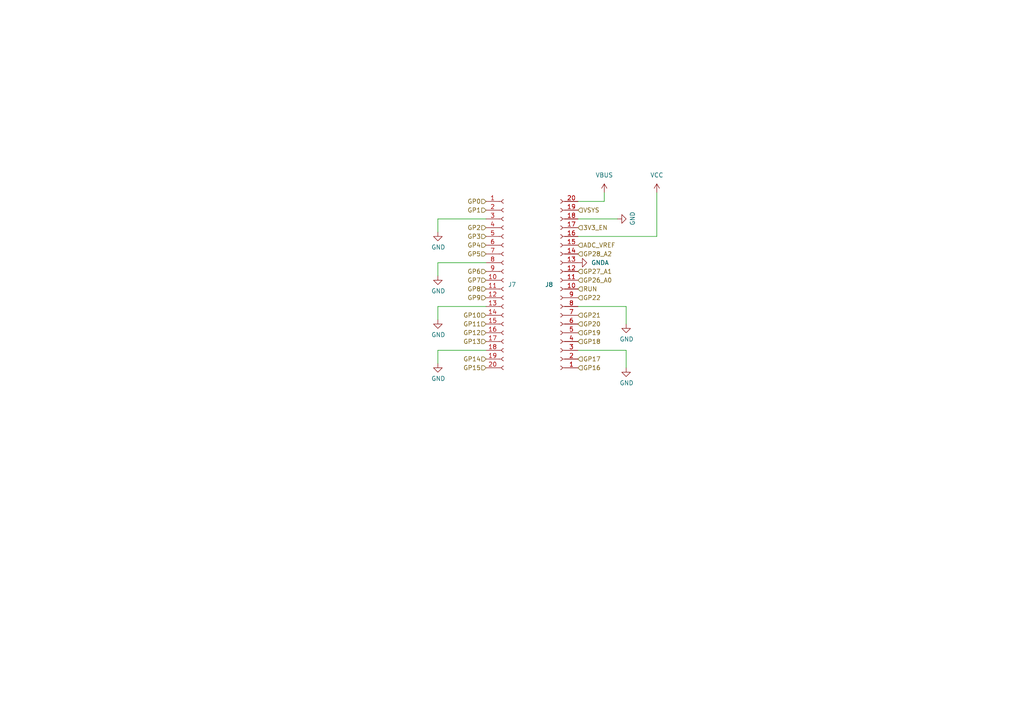
<source format=kicad_sch>
(kicad_sch (version 20240812) (generator "eeschema") (generator_version "8.99")
  (paper "A4")
  (title_block (title "Raspberry Pi Pico (1, 1w, 2)") (date "2024-09-21") (rev "1.0") (company "HXR.DK"))
  (lib_symbols
    (symbol "Bornhack-Make-Tradition-Badge-rescue:GND" (power) (pin_names (offset 0))
      (property "Value" "GND" (at 0 -3.81 0))
      (symbol "GND_0_1"
        (polyline (pts (xy 0 0) (xy 0 -1.27) (xy 1.27 -1.27) (xy 0 -2.54) (xy -1.27 -1.27) (xy 0 -1.27)))
      )
      (symbol "GND_1_1"
        (pin power_in line (at 0 0 270) (length 0) hide (name "GND") (number "1"))
      )
    )
    (symbol "Connector:Conn_01x20_Socket" (pin_names (offset 1.016) hide)
      (property "Reference" "J" (at 0 25.4 0))
      (property "Value" "Conn_01x20_Socket" (at 0 -27.94 0))
      (symbol "Conn_01x20_Socket_1_1"
        (polyline (pts (xy -1.27 22.86) (xy -0.508 22.86)) (stroke (width 0.1524)))
        (polyline (pts (xy -1.27 20.32) (xy -0.508 20.32)) (stroke (width 0.1524)))
        (polyline (pts (xy -1.27 17.78) (xy -0.508 17.78)) (stroke (width 0.1524)))
        (polyline (pts (xy -1.27 15.24) (xy -0.508 15.24)) (stroke (width 0.1524)))
        (polyline (pts (xy -1.27 12.7) (xy -0.508 12.7)) (stroke (width 0.1524)))
        (polyline (pts (xy -1.27 10.16) (xy -0.508 10.16)) (stroke (width 0.1524)))
        (polyline (pts (xy -1.27 7.62) (xy -0.508 7.62)) (stroke (width 0.1524)))
        (polyline (pts (xy -1.27 5.08) (xy -0.508 5.08)) (stroke (width 0.1524)))
        (polyline (pts (xy -1.27 2.54) (xy -0.508 2.54)) (stroke (width 0.1524)))
        (polyline (pts (xy -1.27 0) (xy -0.508 0)) (stroke (width 0.1524)))
        (polyline (pts (xy -1.27 -2.54) (xy -0.508 -2.54)) (stroke (width 0.1524)))
        (polyline (pts (xy -1.27 -5.08) (xy -0.508 -5.08)) (stroke (width 0.1524)))
        (polyline (pts (xy -1.27 -7.62) (xy -0.508 -7.62)) (stroke (width 0.1524)))
        (polyline (pts (xy -1.27 -10.16) (xy -0.508 -10.16)) (stroke (width 0.1524)))
        (polyline (pts (xy -1.27 -12.7) (xy -0.508 -12.7)) (stroke (width 0.1524)))
        (polyline (pts (xy -1.27 -15.24) (xy -0.508 -15.24)) (stroke (width 0.1524)))
        (polyline (pts (xy -1.27 -17.78) (xy -0.508 -17.78)) (stroke (width 0.1524)))
        (polyline (pts (xy -1.27 -20.32) (xy -0.508 -20.32)) (stroke (width 0.1524)))
        (polyline (pts (xy -1.27 -22.86) (xy -0.508 -22.86)) (stroke (width 0.1524)))
        (polyline (pts (xy -1.27 -25.4) (xy -0.508 -25.4)) (stroke (width 0.1524)))
        (arc (start 0 22.352) (mid -0.5058 22.86) (end 0 23.368) (stroke (width 0.1524)))
        (arc (start 0 19.812) (mid -0.5058 20.32) (end 0 20.828) (stroke (width 0.1524)))
        (arc (start 0 17.272) (mid -0.5058 17.78) (end 0 18.288) (stroke (width 0.1524)))
        (arc (start 0 14.732) (mid -0.5058 15.24) (end 0 15.748) (stroke (width 0.1524)))
        (arc (start 0 12.192) (mid -0.5058 12.7) (end 0 13.208) (stroke (width 0.1524)))
        (arc (start 0 9.652) (mid -0.5058 10.16) (end 0 10.668) (stroke (width 0.1524)))
        (arc (start 0 7.112) (mid -0.5058 7.62) (end 0 8.128) (stroke (width 0.1524)))
        (arc (start 0 4.572) (mid -0.5058 5.08) (end 0 5.588) (stroke (width 0.1524)))
        (arc (start 0 2.032) (mid -0.5058 2.54) (end 0 3.048) (stroke (width 0.1524)))
        (arc (start 0 -0.508) (mid -0.5058 0) (end 0 0.508) (stroke (width 0.1524)))
        (arc (start 0 -3.048) (mid -0.5058 -2.54) (end 0 -2.032) (stroke (width 0.1524)))
        (arc (start 0 -5.588) (mid -0.5058 -5.08) (end 0 -4.572) (stroke (width 0.1524)))
        (arc (start 0 -8.128) (mid -0.5058 -7.62) (end 0 -7.112) (stroke (width 0.1524)))
        (arc (start 0 -10.668) (mid -0.5058 -10.16) (end 0 -9.652) (stroke (width 0.1524)))
        (arc (start 0 -13.208) (mid -0.5058 -12.7) (end 0 -12.192) (stroke (width 0.1524)))
        (arc (start 0 -15.748) (mid -0.5058 -15.24) (end 0 -14.732) (stroke (width 0.1524)))
        (arc (start 0 -18.288) (mid -0.5058 -17.78) (end 0 -17.272) (stroke (width 0.1524)))
        (arc (start 0 -20.828) (mid -0.5058 -20.32) (end 0 -19.812) (stroke (width 0.1524)))
        (arc (start 0 -23.368) (mid -0.5058 -22.86) (end 0 -22.352) (stroke (width 0.1524)))
        (arc (start 0 -25.908) (mid -0.5058 -25.4) (end 0 -24.892) (stroke (width 0.1524)))
        (pin passive line (at -5.08 22.86 0) (length 3.81) (name "Pin_1") (number "1"))
        (pin passive line (at -5.08 20.32 0) (length 3.81) (name "Pin_2") (number "2"))
        (pin passive line (at -5.08 17.78 0) (length 3.81) (name "Pin_3") (number "3"))
        (pin passive line (at -5.08 15.24 0) (length 3.81) (name "Pin_4") (number "4"))
        (pin passive line (at -5.08 12.7 0) (length 3.81) (name "Pin_5") (number "5"))
        (pin passive line (at -5.08 10.16 0) (length 3.81) (name "Pin_6") (number "6"))
        (pin passive line (at -5.08 7.62 0) (length 3.81) (name "Pin_7") (number "7"))
        (pin passive line (at -5.08 5.08 0) (length 3.81) (name "Pin_8") (number "8"))
        (pin passive line (at -5.08 2.54 0) (length 3.81) (name "Pin_9") (number "9"))
        (pin passive line (at -5.08 0 0) (length 3.81) (name "Pin_10") (number "10"))
        (pin passive line (at -5.08 -2.54 0) (length 3.81) (name "Pin_11") (number "11"))
        (pin passive line (at -5.08 -5.08 0) (length 3.81) (name "Pin_12") (number "12"))
        (pin passive line (at -5.08 -7.62 0) (length 3.81) (name "Pin_13") (number "13"))
        (pin passive line (at -5.08 -10.16 0) (length 3.81) (name "Pin_14") (number "14"))
        (pin passive line (at -5.08 -12.7 0) (length 3.81) (name "Pin_15") (number "15"))
        (pin passive line (at -5.08 -15.24 0) (length 3.81) (name "Pin_16") (number "16"))
        (pin passive line (at -5.08 -17.78 0) (length 3.81) (name "Pin_17") (number "17"))
        (pin passive line (at -5.08 -20.32 0) (length 3.81) (name "Pin_18") (number "18"))
        (pin passive line (at -5.08 -22.86 0) (length 3.81) (name "Pin_19") (number "19"))
        (pin passive line (at -5.08 -25.4 0) (length 3.81) (name "Pin_20") (number "20"))
      )
    )
    (symbol "power:GNDA" (power) (pin_numbers hide) (pin_names (offset 0) hide)
      (property "Value" "GNDA" (at 0 -3.81 0))
      (symbol "GNDA_0_1"
        (polyline (pts (xy 0 0) (xy 0 -1.27) (xy 1.27 -1.27) (xy 0 -2.54) (xy -1.27 -1.27) (xy 0 -1.27)))
      )
      (symbol "GNDA_1_1"
        (pin power_in line (at 0 0 270) (length 0) (name "~") (number "1"))
      )
    )
    (symbol "power:VBUS" (power) (pin_numbers hide) (pin_names (offset 0) hide)
      (property "Value" "VBUS" (at 0 3.556 0))
      (symbol "VBUS_0_1"
        (polyline (pts (xy -0.762 1.27) (xy 0 2.54)))
        (polyline (pts (xy 0 2.54) (xy 0.762 1.27)))
        (polyline (pts (xy 0 0) (xy 0 2.54)))
      )
      (symbol "VBUS_1_1"
        (pin power_in line (at 0 0 90) (length 0) (name "~") (number "1"))
      )
    )
    (symbol "power:VCC" (power) (pin_names (offset 0))
      (property "Value" "VCC" (at 0 3.81 0))
      (symbol "VCC_0_1"
        (polyline (pts (xy -0.762 1.27) (xy 0 2.54)))
        (polyline (pts (xy 0 2.54) (xy 0.762 1.27)))
        (polyline (pts (xy 0 0) (xy 0 2.54)))
      )
      (symbol "VCC_1_1"
        (pin power_in line (at 0 0 90) (length 0) hide (name "VCC") (number "1"))
      )
    )
  )
  (wire (pts (xy 190.5 68.58) (xy 167.64 68.58)))
  (wire (pts (xy 127 88.9) (xy 140.97 88.9)))
  (wire (pts (xy 127 76.2) (xy 140.97 76.2)))
  (wire (pts (xy 167.64 63.5) (xy 179.07 63.5)))
  (wire (pts (xy 127 92.71) (xy 127 88.9)))
  (wire (pts (xy 181.61 88.9) (xy 181.61 93.98)))
  (wire (pts (xy 127 67.31) (xy 127 63.5)))
  (wire (pts (xy 181.61 101.6) (xy 181.61 106.68)))
  (wire (pts (xy 167.64 88.9) (xy 181.61 88.9)))
  (wire (pts (xy 190.5 55.88) (xy 190.5 68.58)))
  (wire (pts (xy 167.64 58.42) (xy 175.26 58.42)))
  (wire (pts (xy 127 105.41) (xy 127 101.6)))
  (wire (pts (xy 167.64 101.6) (xy 181.61 101.6)))
  (wire (pts (xy 127 63.5) (xy 140.97 63.5)))
  (wire (pts (xy 127 101.6) (xy 140.97 101.6)))
  (wire (pts (xy 175.26 58.42) (xy 175.26 55.88)))
  (wire (pts (xy 127 80.01) (xy 127 76.2)))
  (hierarchical_label "GP2" (shape input) (at 140.97 66.04 180))
  (hierarchical_label "GP28_A2" (shape input) (at 167.64 73.66 0))
  (hierarchical_label "RUN" (shape input) (at 167.64 83.82 0))
  (hierarchical_label "GP15" (shape input) (at 140.97 106.68 180))
  (hierarchical_label "GP22" (shape input) (at 167.64 86.36 0))
  (hierarchical_label "GP27_A1" (shape input) (at 167.64 78.74 0))
  (hierarchical_label "GP13" (shape input) (at 140.97 99.06 180))
  (hierarchical_label "GP21" (shape input) (at 167.64 91.44 0))
  (hierarchical_label "GP16" (shape input) (at 167.64 106.68 0))
  (hierarchical_label "ADC_VREF" (shape input) (at 167.64 71.12 0))
  (hierarchical_label "VSYS" (shape input) (at 167.64 60.96 0))
  (hierarchical_label "GP6" (shape input) (at 140.97 78.74 180))
  (hierarchical_label "GP12" (shape input) (at 140.97 96.52 180))
  (hierarchical_label "GP18" (shape input) (at 167.64 99.06 0))
  (hierarchical_label "GP3" (shape input) (at 140.97 68.58 180))
  (hierarchical_label "GP26_A0" (shape input) (at 167.64 81.28 0))
  (hierarchical_label "GP8" (shape input) (at 140.97 83.82 180))
  (hierarchical_label "GP7" (shape input) (at 140.97 81.28 180))
  (hierarchical_label "GP14" (shape input) (at 140.97 104.14 180))
  (hierarchical_label "GP11" (shape input) (at 140.97 93.98 180))
  (hierarchical_label "3V3_EN" (shape input) (at 167.64 66.04 0))
  (hierarchical_label "GP4" (shape input) (at 140.97 71.12 180))
  (hierarchical_label "GP10" (shape input) (at 140.97 91.44 180))
  (hierarchical_label "GP19" (shape input) (at 167.64 96.52 0))
  (hierarchical_label "GP5" (shape input) (at 140.97 73.66 180))
  (hierarchical_label "GP1" (shape input) (at 140.97 60.96 180))
  (hierarchical_label "GP9" (shape input) (at 140.97 86.36 180))
  (hierarchical_label "GP20" (shape input) (at 167.64 93.98 0))
  (hierarchical_label "GP0" (shape input) (at 140.97 58.42 180))
  (hierarchical_label "GP17" (shape input) (at 167.64 104.14 0))
  (symbol (lib_id "power:VCC") (at 190.5 55.88 0) (unit 1)
    (property "Reference" "#PWR023" (effects (hide yes)))
    (property "Value" "VCC" (at 190.5 50.8 0))
  )
  (symbol (lib_id "Bornhack-Make-Tradition-Badge-rescue:GND") (at 127 105.41 0) (unit 1)
    (property "Reference" "#PWR017" (effects (hide yes)))
    (property "Value" "GND" (at 127.127 109.8042 0))
  )
  (symbol (lib_id "Bornhack-Make-Tradition-Badge-rescue:GND") (at 179.07 63.5 90) (unit 1)
    (property "Reference" "#PWR020" (effects (hide yes)))
    (property "Value" "GND" (at 183.4642 63.373 0))
  )
  (symbol (lib_id "Bornhack-Make-Tradition-Badge-rescue:GND") (at 127 80.01 0) (unit 1)
    (property "Reference" "#PWR015" (effects (hide yes)))
    (property "Value" "GND" (at 127.127 84.4042 0))
  )
  (symbol (lib_id "Connector:Conn_01x20_Socket") (at 162.56 83.82 180) (unit 1)
    (property "Reference" "J8" (at 159.258 82.55 0))
    (property "Value" "Conn_01x20_Socket" (effects (hide yes)))
    (property "Footprint" "Connector_PinSocket_2.54mm:PinSocket_1x20_P2.54mm_Vertical" (effects (hide yes)))
    (property "Description" "Generic connector, single row, 01x20, script generated" (effects (hide yes)))
  )
  (symbol (lib_id "Bornhack-Make-Tradition-Badge-rescue:GND") (at 181.61 93.98 0) (unit 1)
    (property "Reference" "#PWR021" (effects (hide yes)))
    (property "Value" "GND" (at 181.737 98.3742 0))
  )
  (symbol (lib_id "power:VBUS") (at 175.26 55.88 0) (unit 1)
    (property "Reference" "#PWR019" (effects (hide yes)))
    (property "Value" "VBUS" (at 175.26 50.8 0))
    (property "Description" "Power symbol creates a global label with name \"VBUS\"" (effects (hide yes)))
  )
  (symbol (lib_id "Bornhack-Make-Tradition-Badge-rescue:GND") (at 127 67.31 0) (unit 1)
    (property "Reference" "#PWR014" (effects (hide yes)))
    (property "Value" "GND" (at 127.127 71.7042 0))
  )
  (symbol (lib_id "Bornhack-Make-Tradition-Badge-rescue:GND") (at 127 92.71 0) (unit 1)
    (property "Reference" "#PWR016" (effects (hide yes)))
    (property "Value" "GND" (at 127.127 97.1042 0))
  )
  (symbol (lib_id "Connector:Conn_01x20_Socket") (at 146.05 81.28 0) (unit 1)
    (property "Reference" "J7" (at 147.32 82.5499 0) (effects (justify left)))
    (property "Value" "Conn_01x20_Socket" (effects (hide yes)))
    (property "Footprint" "Connector_PinSocket_2.54mm:PinSocket_1x20_P2.54mm_Vertical" (effects (hide yes)))
    (property "Description" "Generic connector, single row, 01x20, script generated" (effects (hide yes)))
  )
  (symbol (lib_id "Bornhack-Make-Tradition-Badge-rescue:GND") (at 181.61 106.68 0) (unit 1)
    (property "Reference" "#PWR022" (effects (hide yes)))
    (property "Value" "GND" (at 181.737 111.0742 0))
  )
  (symbol (lib_id "power:GNDA") (at 167.64 76.2 90) (unit 1)
    (property "Reference" "#PWR018" (effects (hide yes)))
    (property "Value" "GNDA" (at 171.45 76.1999 90) (effects (justify right)))
    (property "Description" "Power symbol creates a global label with name \"GNDA\" , analog ground" (effects (hide yes)))
  )
)
</source>
